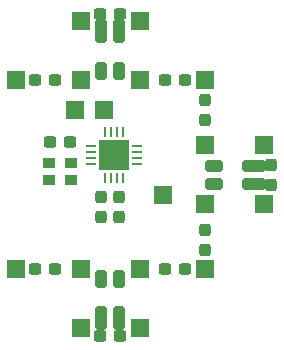
<source format=gbr>
%TF.GenerationSoftware,KiCad,Pcbnew,6.0.10-86aedd382b~118~ubuntu22.04.1*%
%TF.CreationDate,2023-04-06T19:24:05+02:00*%
%TF.ProjectId,donttouchit,646f6e74-746f-4756-9368-69742e6b6963,rev?*%
%TF.SameCoordinates,Original*%
%TF.FileFunction,Soldermask,Top*%
%TF.FilePolarity,Negative*%
%FSLAX46Y46*%
G04 Gerber Fmt 4.6, Leading zero omitted, Abs format (unit mm)*
G04 Created by KiCad (PCBNEW 6.0.10-86aedd382b~118~ubuntu22.04.1) date 2023-04-06 19:24:05*
%MOMM*%
%LPD*%
G01*
G04 APERTURE LIST*
G04 Aperture macros list*
%AMRoundRect*
0 Rectangle with rounded corners*
0 $1 Rounding radius*
0 $2 $3 $4 $5 $6 $7 $8 $9 X,Y pos of 4 corners*
0 Add a 4 corners polygon primitive as box body*
4,1,4,$2,$3,$4,$5,$6,$7,$8,$9,$2,$3,0*
0 Add four circle primitives for the rounded corners*
1,1,$1+$1,$2,$3*
1,1,$1+$1,$4,$5*
1,1,$1+$1,$6,$7*
1,1,$1+$1,$8,$9*
0 Add four rect primitives between the rounded corners*
20,1,$1+$1,$2,$3,$4,$5,0*
20,1,$1+$1,$4,$5,$6,$7,0*
20,1,$1+$1,$6,$7,$8,$9,0*
20,1,$1+$1,$8,$9,$2,$3,0*%
G04 Aperture macros list end*
%ADD10RoundRect,0.250000X0.250000X0.500000X-0.250000X0.500000X-0.250000X-0.500000X0.250000X-0.500000X0*%
%ADD11RoundRect,0.250000X0.500000X-0.250000X0.500000X0.250000X-0.500000X0.250000X-0.500000X-0.250000X0*%
%ADD12RoundRect,0.250000X-0.250000X-0.500000X0.250000X-0.500000X0.250000X0.500000X-0.250000X0.500000X0*%
%ADD13RoundRect,0.250000X0.250000X0.750000X-0.250000X0.750000X-0.250000X-0.750000X0.250000X-0.750000X0*%
%ADD14RoundRect,0.250000X0.750000X-0.250000X0.750000X0.250000X-0.750000X0.250000X-0.750000X-0.250000X0*%
%ADD15RoundRect,0.250000X-0.250000X-0.750000X0.250000X-0.750000X0.250000X0.750000X-0.250000X0.750000X0*%
%ADD16R,1.500000X1.500000*%
%ADD17RoundRect,0.237500X-0.300000X-0.237500X0.300000X-0.237500X0.300000X0.237500X-0.300000X0.237500X0*%
%ADD18R,2.600000X2.600000*%
%ADD19RoundRect,0.062500X-0.062500X-0.375000X0.062500X-0.375000X0.062500X0.375000X-0.062500X0.375000X0*%
%ADD20RoundRect,0.062500X-0.375000X-0.062500X0.375000X-0.062500X0.375000X0.062500X-0.375000X0.062500X0*%
%ADD21R,1.050000X0.950000*%
%ADD22RoundRect,0.237500X0.300000X0.237500X-0.300000X0.237500X-0.300000X-0.237500X0.300000X-0.237500X0*%
%ADD23RoundRect,0.237500X-0.237500X0.300000X-0.237500X-0.300000X0.237500X-0.300000X0.237500X0.300000X0*%
%ADD24RoundRect,0.237500X0.237500X-0.300000X0.237500X0.300000X-0.237500X0.300000X-0.237500X-0.300000X0*%
G04 APERTURE END LIST*
D10*
%TO.C,J3*%
X144262000Y-73700000D03*
X142738000Y-73700000D03*
%TD*%
D11*
%TO.C,J2*%
X152300000Y-83262000D03*
X152300000Y-81738000D03*
%TD*%
D12*
%TO.C,J1*%
X142738000Y-91300000D03*
X144262000Y-91300000D03*
%TD*%
D13*
%TO.C,J9*%
X144262000Y-70350000D03*
X142738000Y-70350000D03*
%TD*%
D14*
%TO.C,J8*%
X155650000Y-83262000D03*
X155650000Y-81738000D03*
%TD*%
D15*
%TO.C,J7*%
X142738000Y-94650000D03*
X144262000Y-94650000D03*
%TD*%
D16*
%TO.C,TP14*%
X140500000Y-77000000D03*
%TD*%
%TO.C,TP13*%
X143000000Y-77000000D03*
%TD*%
%TO.C,TP19*%
X151500000Y-90500000D03*
%TD*%
%TO.C,TP18*%
X151500000Y-74500000D03*
%TD*%
%TO.C,TP17*%
X135500000Y-90500000D03*
%TD*%
%TO.C,TP16*%
X135500000Y-74500000D03*
%TD*%
%TO.C,TP15*%
X148000000Y-84250000D03*
%TD*%
%TO.C,TP12*%
X151500000Y-80000000D03*
%TD*%
%TO.C,TP11*%
X151500000Y-85000000D03*
%TD*%
%TO.C,TP10*%
X146000000Y-90500000D03*
%TD*%
%TO.C,TP9*%
X141000000Y-90500000D03*
%TD*%
%TO.C,TP8*%
X141000000Y-69500000D03*
%TD*%
%TO.C,TP7*%
X146000000Y-74500000D03*
%TD*%
%TO.C,TP6*%
X141000000Y-74500000D03*
%TD*%
%TO.C,TP5*%
X146000000Y-69500000D03*
%TD*%
%TO.C,TP4*%
X156500000Y-80000000D03*
%TD*%
%TO.C,TP3*%
X156500000Y-85000000D03*
%TD*%
%TO.C,TP2*%
X146000000Y-95500000D03*
%TD*%
%TO.C,TP1*%
X141000000Y-95500000D03*
%TD*%
D17*
%TO.C,C5*%
X148137500Y-90500000D03*
X149862500Y-90500000D03*
%TD*%
D18*
%TO.C,U1*%
X143850000Y-80850000D03*
D19*
X143100000Y-78912500D03*
X143600000Y-78912500D03*
X144100000Y-78912500D03*
X144600000Y-78912500D03*
D20*
X145787500Y-80100000D03*
X145787500Y-80600000D03*
X145787500Y-81100000D03*
X145787500Y-81600000D03*
D19*
X144600000Y-82787500D03*
X144100000Y-82787500D03*
X143600000Y-82787500D03*
X143100000Y-82787500D03*
D20*
X141912500Y-81600000D03*
X141912500Y-81100000D03*
X141912500Y-80600000D03*
X141912500Y-80100000D03*
%TD*%
D17*
%TO.C,C3*%
X144362500Y-68850000D03*
X142637500Y-68850000D03*
%TD*%
D21*
%TO.C,XT1*%
X138325000Y-82975000D03*
X140175000Y-82975000D03*
X140175000Y-81525000D03*
X138325000Y-81525000D03*
%TD*%
D22*
%TO.C,C1*%
X144362500Y-96150000D03*
X142637500Y-96150000D03*
%TD*%
%TO.C,C10*%
X137137500Y-74500000D03*
X138862500Y-74500000D03*
%TD*%
D23*
%TO.C,C6*%
X151500000Y-87137500D03*
X151500000Y-88862500D03*
%TD*%
%TO.C,C2*%
X157150000Y-81637500D03*
X157150000Y-83362500D03*
%TD*%
D22*
%TO.C,C4*%
X138862500Y-90500000D03*
X137137500Y-90500000D03*
%TD*%
D17*
%TO.C,C8*%
X148137500Y-74500000D03*
X149862500Y-74500000D03*
%TD*%
D23*
%TO.C,C11*%
X144250000Y-86112500D03*
X144250000Y-84387500D03*
%TD*%
D17*
%TO.C,C9*%
X138387500Y-79750000D03*
X140112500Y-79750000D03*
%TD*%
D24*
%TO.C,C7*%
X151500000Y-77862500D03*
X151500000Y-76137500D03*
%TD*%
D23*
%TO.C,C12*%
X142750000Y-84387500D03*
X142750000Y-86112500D03*
%TD*%
M02*

</source>
